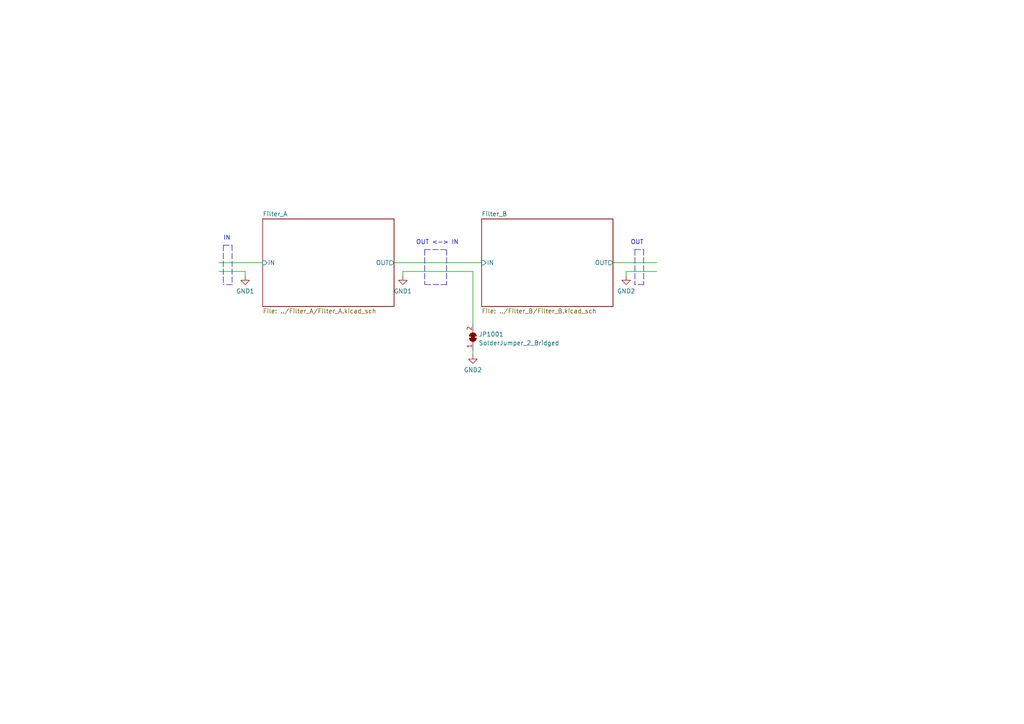
<source format=kicad_sch>
(kicad_sch (version 20211123) (generator eeschema)
  (paper "A4")
  (title_block (title "Filter A + B (Top level)"))
  (lib_symbols
    (symbol "Jumper:SolderJumper_2_Bridged" (pin_names (offset 0) hide)
      (property "Reference" "JP" (at 0 2.032 0))
      (property "Value" "SolderJumper_2_Bridged" (at 0 -2.54 0))
      (symbol "SolderJumper_2_Bridged_0_1"
        (rectangle (start -0.508 0.508) (end 0.508 -0.508) (fill (type outline)))
        (arc (start -0.254 1.016) (mid -1.27 0) (end -0.254 -1.016))
        (arc (start -0.254 1.016) (mid -1.27 0) (end -0.254 -1.016) (fill (type outline)))
        (polyline (pts (xy -0.254 1.016) (xy -0.254 -1.016)))
        (polyline (pts (xy 0.254 1.016) (xy 0.254 -1.016)))
        (arc (start 0.254 -1.016) (mid 1.27 0) (end 0.254 1.016))
        (arc (start 0.254 -1.016) (mid 1.27 0) (end 0.254 1.016) (fill (type outline)))
      )
      (symbol "SolderJumper_2_Bridged_1_1"
        (pin passive line (at -3.81 0 0) (length 2.54) (name "A") (number "1"))
        (pin passive line (at 3.81 0 180) (length 2.54) (name "B") (number "2"))
      )
    )
    (symbol "power:GND1" (power) (pin_names (offset 0))
      (property "Value" "GND1" (at 0 -3.81 0))
      (symbol "GND1_0_1"
        (polyline (pts (xy 0 0) (xy 0 -1.27) (xy 1.27 -1.27) (xy 0 -2.54) (xy -1.27 -1.27) (xy 0 -1.27)))
      )
      (symbol "GND1_1_1"
        (pin power_in line (at 0 0 270) (length 0) hide (name "GND1") (number "1"))
      )
    )
    (symbol "power:GND2" (power) (pin_names (offset 0))
      (property "Value" "GND2" (at 0 -3.81 0))
      (symbol "GND2_0_1"
        (polyline (pts (xy 0 0) (xy 0 -1.27) (xy 1.27 -1.27) (xy 0 -2.54) (xy -1.27 -1.27) (xy 0 -1.27)))
      )
      (symbol "GND2_1_1"
        (pin power_in line (at 0 0 270) (length 0) hide (name "GND2") (number "1"))
      )
    )
  )
  (wire (pts (xy 181.61 78.74) (xy 190.5 78.74)))
  (polyline (pts (xy 129.54 82.55) (xy 123.19 82.55)))
  (polyline (pts (xy 129.54 72.39) (xy 129.54 82.55)))
  (wire (pts (xy 71.12 80.01) (xy 71.12 78.74)))
  (wire (pts (xy 114.3 76.2) (xy 139.7 76.2)))
  (wire (pts (xy 181.61 80.01) (xy 181.61 78.74)))
  (wire (pts (xy 177.8 76.2) (xy 190.5 76.2)))
  (polyline (pts (xy 186.69 72.39) (xy 186.69 82.55)))
  (polyline (pts (xy 123.19 72.39) (xy 129.54 72.39)))
  (wire (pts (xy 116.84 78.74) (xy 137.16 78.74)))
  (wire (pts (xy 137.16 101.6) (xy 137.16 102.87)))
  (polyline (pts (xy 64.77 71.12) (xy 67.31 71.12)))
  (polyline (pts (xy 184.15 72.39) (xy 184.15 82.55)))
  (polyline (pts (xy 67.31 71.12) (xy 67.31 82.55)))
  (polyline (pts (xy 123.19 72.39) (xy 123.19 82.55)))
  (polyline (pts (xy 67.31 82.55) (xy 64.77 82.55)))
  (wire (pts (xy 63.5 78.74) (xy 71.12 78.74)))
  (wire (pts (xy 137.16 78.74) (xy 137.16 93.98)))
  (wire (pts (xy 63.5 76.2) (xy 76.2 76.2)))
  (polyline (pts (xy 184.15 72.39) (xy 186.69 72.39)))
  (polyline (pts (xy 186.69 82.55) (xy 184.15 82.55)))
  (wire (pts (xy 116.84 80.01) (xy 116.84 78.74)))
  (polyline (pts (xy 64.77 71.12) (xy 64.77 82.55)))
  (text "OUT <-> IN" (at 120.65 71.12 0) (effects (font (size 1.27 1.27)) (justify left bottom)))
  (text "OUT" (at 182.88 71.12 0) (effects (font (size 1.27 1.27)) (justify left bottom)))
  (text "IN" (at 64.77 69.85 0) (effects (font (size 1.27 1.27)) (justify left bottom)))
  (symbol (lib_id "power:GND1") (at 71.12 80.01 0) (unit 1)
    (property "Reference" "#PWR0106" (effects hide))
    (property "Value" "GND1" (at 71.12 84.4534 0))
  )
  (symbol (lib_id "power:GND2") (at 137.16 102.87 0) (unit 1)
    (property "Reference" "#PWR0108" (effects hide))
    (property "Value" "GND2" (at 137.16 107.3134 0))
  )
  (symbol (lib_id "power:GND2") (at 181.61 80.01 0) (unit 1)
    (property "Reference" "#PWR0107" (effects hide))
    (property "Value" "GND2" (at 181.61 84.4534 0))
  )
  (symbol (lib_id "Jumper:SolderJumper_2_Bridged") (at 137.16 97.79 90) (unit 1) (in_bom no) (on_board no)
    (property "Reference" "JP1001" (at 138.811 96.9553 90) (effects (justify right)))
    (property "Value" "SolderJumper_2_Bridged" (at 138.811 99.4922 90) (effects (justify right)))
  )
  (symbol (lib_id "power:GND1") (at 116.84 80.01 0) (unit 1)
    (property "Reference" "#PWR0105" (effects hide))
    (property "Value" "GND1" (at 116.84 84.4534 0))
  )
  (sheet (at 76.2 63.5) (size 38.1 25.4) (stroke (width 0.1524))
    (property "Sheet name" "Filter_A" (at 76.2 62.7884 0) (effects (justify left bottom)))
    (property "Sheet file" "../Filter_A/Filter_A.kicad_sch" (at 76.2 89.4846 0) (effects (justify left top)))
    (pin "IN" input (at 76.2 76.2 180))
    (pin "OUT" output (at 114.3 76.2 0))
  )
  (sheet (at 139.7 63.5) (size 38.1 25.4) (stroke (width 0.1524))
    (property "Sheet name" "Filter_B" (at 139.7 62.7884 0) (effects (justify left bottom)))
    (property "Sheet file" "../Filter_B/Filter_B.kicad_sch" (at 139.7 89.4846 0) (effects (justify left top)))
    (pin "IN" input (at 139.7 76.2 180))
    (pin "OUT" output (at 177.8 76.2 0))
  )
)
</source>
